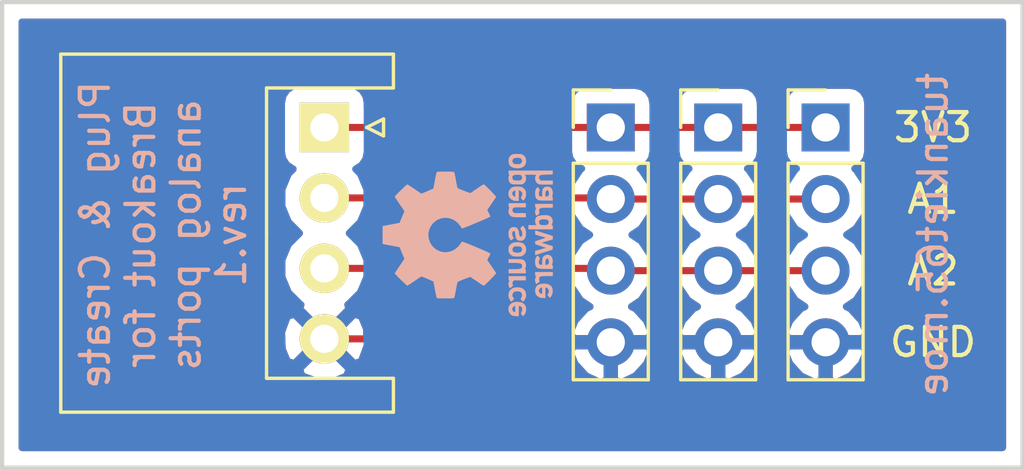
<source format=kicad_pcb>
(kicad_pcb (version 4) (host pcbnew 4.0.7)

  (general
    (links 12)
    (no_connects 0)
    (area 118.669999 101.524999 155.015001 118.185001)
    (thickness 1.6)
    (drawings 13)
    (tracks 15)
    (zones 0)
    (modules 5)
    (nets 5)
  )

  (page A4)
  (layers
    (0 F.Cu signal)
    (31 B.Cu signal)
    (32 B.Adhes user)
    (33 F.Adhes user)
    (34 B.Paste user)
    (35 F.Paste user)
    (36 B.SilkS user)
    (37 F.SilkS user)
    (38 B.Mask user)
    (39 F.Mask user)
    (40 Dwgs.User user)
    (41 Cmts.User user)
    (42 Eco1.User user)
    (43 Eco2.User user)
    (44 Edge.Cuts user)
    (45 Margin user)
    (46 B.CrtYd user)
    (47 F.CrtYd user)
    (48 B.Fab user)
    (49 F.Fab user hide)
  )

  (setup
    (last_trace_width 0.25)
    (trace_clearance 0.2)
    (zone_clearance 0.508)
    (zone_45_only no)
    (trace_min 0.2)
    (segment_width 0.2)
    (edge_width 0.15)
    (via_size 0.6)
    (via_drill 0.4)
    (via_min_size 0.4)
    (via_min_drill 0.3)
    (uvia_size 0.3)
    (uvia_drill 0.1)
    (uvias_allowed no)
    (uvia_min_size 0.2)
    (uvia_min_drill 0.1)
    (pcb_text_width 0.3)
    (pcb_text_size 1.5 1.5)
    (mod_edge_width 0.15)
    (mod_text_size 1 1)
    (mod_text_width 0.15)
    (pad_size 1.524 1.524)
    (pad_drill 0.762)
    (pad_to_mask_clearance 0.2)
    (aux_axis_origin 118.745 118.11)
    (visible_elements 7FFFFF7F)
    (pcbplotparams
      (layerselection 0x010fc_80000001)
      (usegerberextensions true)
      (excludeedgelayer true)
      (linewidth 0.100000)
      (plotframeref false)
      (viasonmask false)
      (mode 1)
      (useauxorigin true)
      (hpglpennumber 1)
      (hpglpenspeed 20)
      (hpglpendiameter 15)
      (hpglpenoverlay 2)
      (psnegative false)
      (psa4output false)
      (plotreference false)
      (plotvalue false)
      (plotinvisibletext false)
      (padsonsilk false)
      (subtractmaskfromsilk true)
      (outputformat 1)
      (mirror false)
      (drillshape 0)
      (scaleselection 1)
      (outputdirectory ../gerber/breakout_analog/))
  )

  (net 0 "")
  (net 1 "Net-(J1-Pad1)")
  (net 2 "Net-(J1-Pad2)")
  (net 3 "Net-(J1-Pad3)")
  (net 4 GND)

  (net_class Default "This is the default net class."
    (clearance 0.2)
    (trace_width 0.25)
    (via_dia 0.6)
    (via_drill 0.4)
    (uvia_dia 0.3)
    (uvia_drill 0.1)
    (add_net GND)
    (add_net "Net-(J1-Pad1)")
    (add_net "Net-(J1-Pad2)")
    (add_net "Net-(J1-Pad3)")
  )

  (module Connectors_JST:JST_XH_S04B-XH-A_04x2.50mm_Angled (layer F.Cu) (tedit 59DAEAC3) (tstamp 59DAE29B)
    (at 130.175 106.045 270)
    (descr "JST XH series connector, S04B-XH-A, side entry type, through hole")
    (tags "connector jst xh tht side horizontal angled 2.50mm")
    (path /59DAE1F4)
    (fp_text reference J1 (at 3.75 -3.5 270) (layer F.SilkS) hide
      (effects (font (size 1 1) (thickness 0.15)))
    )
    (fp_text value Master (at 3.75 10.3 270) (layer F.Fab)
      (effects (font (size 1 1) (thickness 0.15)))
    )
    (fp_line (start -2.45 -2.3) (end -2.45 9.2) (layer F.Fab) (width 0.1))
    (fp_line (start -2.45 9.2) (end 9.95 9.2) (layer F.Fab) (width 0.1))
    (fp_line (start 9.95 9.2) (end 9.95 -2.3) (layer F.Fab) (width 0.1))
    (fp_line (start 9.95 -2.3) (end -2.45 -2.3) (layer F.Fab) (width 0.1))
    (fp_line (start -2.95 -2.8) (end -2.95 9.7) (layer F.CrtYd) (width 0.05))
    (fp_line (start -2.95 9.7) (end 10.45 9.7) (layer F.CrtYd) (width 0.05))
    (fp_line (start 10.45 9.7) (end 10.45 -2.8) (layer F.CrtYd) (width 0.05))
    (fp_line (start 10.45 -2.8) (end -2.95 -2.8) (layer F.CrtYd) (width 0.05))
    (fp_line (start 3.75 9.35) (end -2.6 9.35) (layer F.SilkS) (width 0.12))
    (fp_line (start -2.6 9.35) (end -2.6 -2.45) (layer F.SilkS) (width 0.12))
    (fp_line (start -2.6 -2.45) (end -1.4 -2.45) (layer F.SilkS) (width 0.12))
    (fp_line (start -1.4 -2.45) (end -1.4 2.05) (layer F.SilkS) (width 0.12))
    (fp_line (start -1.4 2.05) (end 3.75 2.05) (layer F.SilkS) (width 0.12))
    (fp_line (start 3.75 9.35) (end 10.1 9.35) (layer F.SilkS) (width 0.12))
    (fp_line (start 10.1 9.35) (end 10.1 -2.45) (layer F.SilkS) (width 0.12))
    (fp_line (start 10.1 -2.45) (end 8.9 -2.45) (layer F.SilkS) (width 0.12))
    (fp_line (start 8.9 -2.45) (end 8.9 2.05) (layer F.SilkS) (width 0.12))
    (fp_line (start 8.9 2.05) (end 3.75 2.05) (layer F.SilkS) (width 0.12))
    (fp_line (start -0.25 3.45) (end -0.25 8.7) (layer F.Fab) (width 0.1))
    (fp_line (start -0.25 8.7) (end 0.25 8.7) (layer F.Fab) (width 0.1))
    (fp_line (start 0.25 8.7) (end 0.25 3.45) (layer F.Fab) (width 0.1))
    (fp_line (start 0.25 3.45) (end -0.25 3.45) (layer F.Fab) (width 0.1))
    (fp_line (start 2.25 3.45) (end 2.25 8.7) (layer F.Fab) (width 0.1))
    (fp_line (start 2.25 8.7) (end 2.75 8.7) (layer F.Fab) (width 0.1))
    (fp_line (start 2.75 8.7) (end 2.75 3.45) (layer F.Fab) (width 0.1))
    (fp_line (start 2.75 3.45) (end 2.25 3.45) (layer F.Fab) (width 0.1))
    (fp_line (start 4.75 3.45) (end 4.75 8.7) (layer F.Fab) (width 0.1))
    (fp_line (start 4.75 8.7) (end 5.25 8.7) (layer F.Fab) (width 0.1))
    (fp_line (start 5.25 8.7) (end 5.25 3.45) (layer F.Fab) (width 0.1))
    (fp_line (start 5.25 3.45) (end 4.75 3.45) (layer F.Fab) (width 0.1))
    (fp_line (start 7.25 3.45) (end 7.25 8.7) (layer F.Fab) (width 0.1))
    (fp_line (start 7.25 8.7) (end 7.75 8.7) (layer F.Fab) (width 0.1))
    (fp_line (start 7.75 8.7) (end 7.75 3.45) (layer F.Fab) (width 0.1))
    (fp_line (start 7.75 3.45) (end 7.25 3.45) (layer F.Fab) (width 0.1))
    (fp_line (start 0 -1.5) (end -0.3 -2.1) (layer F.SilkS) (width 0.12))
    (fp_line (start -0.3 -2.1) (end 0.3 -2.1) (layer F.SilkS) (width 0.12))
    (fp_line (start 0.3 -2.1) (end 0 -1.5) (layer F.SilkS) (width 0.12))
    (fp_line (start 0 -1.5) (end -0.3 -2.1) (layer F.Fab) (width 0.1))
    (fp_line (start -0.3 -2.1) (end 0.3 -2.1) (layer F.Fab) (width 0.1))
    (fp_line (start 0.3 -2.1) (end 0 -1.5) (layer F.Fab) (width 0.1))
    (fp_text user %R (at 3.75 2.25 270) (layer F.Fab)
      (effects (font (size 1 1) (thickness 0.15)))
    )
    (pad 1 thru_hole rect (at 0 0 270) (size 1.75 1.75) (drill 1) (layers *.Cu *.Mask F.SilkS)
      (net 1 "Net-(J1-Pad1)"))
    (pad 2 thru_hole circle (at 2.5 0 270) (size 1.75 1.75) (drill 1) (layers *.Cu *.Mask F.SilkS)
      (net 2 "Net-(J1-Pad2)"))
    (pad 3 thru_hole circle (at 5 0 270) (size 1.75 1.75) (drill 1) (layers *.Cu *.Mask F.SilkS)
      (net 3 "Net-(J1-Pad3)"))
    (pad 4 thru_hole circle (at 7.5 0 270) (size 1.75 1.75) (drill 1) (layers *.Cu *.Mask F.SilkS)
      (net 4 GND))
    (model Connectors_JST.3dshapes/JST_XH_S04B-XH-A_04x2.50mm_Angled.wrl
      (at (xyz 0 0 0))
      (scale (xyz 1 1 1))
      (rotate (xyz 0 0 0))
    )
  )

  (module Pin_Headers:Pin_Header_Straight_1x04_Pitch2.54mm (layer F.Cu) (tedit 59DAEAD2) (tstamp 59DAE2F1)
    (at 147.955 106.045)
    (descr "Through hole straight pin header, 1x04, 2.54mm pitch, single row")
    (tags "Through hole pin header THT 1x04 2.54mm single row")
    (path /59DAE343)
    (fp_text reference J2 (at 0 -2.33) (layer F.SilkS) hide
      (effects (font (size 1 1) (thickness 0.15)))
    )
    (fp_text value Slave1 (at 0 9.95) (layer F.Fab)
      (effects (font (size 1 1) (thickness 0.15)))
    )
    (fp_line (start -0.635 -1.27) (end 1.27 -1.27) (layer F.Fab) (width 0.1))
    (fp_line (start 1.27 -1.27) (end 1.27 8.89) (layer F.Fab) (width 0.1))
    (fp_line (start 1.27 8.89) (end -1.27 8.89) (layer F.Fab) (width 0.1))
    (fp_line (start -1.27 8.89) (end -1.27 -0.635) (layer F.Fab) (width 0.1))
    (fp_line (start -1.27 -0.635) (end -0.635 -1.27) (layer F.Fab) (width 0.1))
    (fp_line (start -1.33 8.95) (end 1.33 8.95) (layer F.SilkS) (width 0.12))
    (fp_line (start -1.33 1.27) (end -1.33 8.95) (layer F.SilkS) (width 0.12))
    (fp_line (start 1.33 1.27) (end 1.33 8.95) (layer F.SilkS) (width 0.12))
    (fp_line (start -1.33 1.27) (end 1.33 1.27) (layer F.SilkS) (width 0.12))
    (fp_line (start -1.33 0) (end -1.33 -1.33) (layer F.SilkS) (width 0.12))
    (fp_line (start -1.33 -1.33) (end 0 -1.33) (layer F.SilkS) (width 0.12))
    (fp_line (start -1.8 -1.8) (end -1.8 9.4) (layer F.CrtYd) (width 0.05))
    (fp_line (start -1.8 9.4) (end 1.8 9.4) (layer F.CrtYd) (width 0.05))
    (fp_line (start 1.8 9.4) (end 1.8 -1.8) (layer F.CrtYd) (width 0.05))
    (fp_line (start 1.8 -1.8) (end -1.8 -1.8) (layer F.CrtYd) (width 0.05))
    (fp_text user %R (at 0 3.81 90) (layer F.Fab)
      (effects (font (size 1 1) (thickness 0.15)))
    )
    (pad 1 thru_hole rect (at 0 0) (size 1.7 1.7) (drill 1) (layers *.Cu *.Mask)
      (net 1 "Net-(J1-Pad1)"))
    (pad 2 thru_hole oval (at 0 2.54) (size 1.7 1.7) (drill 1) (layers *.Cu *.Mask)
      (net 2 "Net-(J1-Pad2)"))
    (pad 3 thru_hole oval (at 0 5.08) (size 1.7 1.7) (drill 1) (layers *.Cu *.Mask)
      (net 3 "Net-(J1-Pad3)"))
    (pad 4 thru_hole oval (at 0 7.62) (size 1.7 1.7) (drill 1) (layers *.Cu *.Mask)
      (net 4 GND))
    (model ${KISYS3DMOD}/Pin_Headers.3dshapes/Pin_Header_Straight_1x04_Pitch2.54mm.wrl
      (at (xyz 0 0 0))
      (scale (xyz 1 1 1))
      (rotate (xyz 0 0 0))
    )
  )

  (module Pin_Headers:Pin_Header_Straight_1x04_Pitch2.54mm (layer F.Cu) (tedit 59DAEAC7) (tstamp 59DAE2F8)
    (at 140.335 106.045)
    (descr "Through hole straight pin header, 1x04, 2.54mm pitch, single row")
    (tags "Through hole pin header THT 1x04 2.54mm single row")
    (path /59DAE399)
    (fp_text reference J3 (at 0 -2.33) (layer F.SilkS) hide
      (effects (font (size 1 1) (thickness 0.15)))
    )
    (fp_text value Slave2 (at 0 9.95) (layer F.Fab)
      (effects (font (size 1 1) (thickness 0.15)))
    )
    (fp_line (start -0.635 -1.27) (end 1.27 -1.27) (layer F.Fab) (width 0.1))
    (fp_line (start 1.27 -1.27) (end 1.27 8.89) (layer F.Fab) (width 0.1))
    (fp_line (start 1.27 8.89) (end -1.27 8.89) (layer F.Fab) (width 0.1))
    (fp_line (start -1.27 8.89) (end -1.27 -0.635) (layer F.Fab) (width 0.1))
    (fp_line (start -1.27 -0.635) (end -0.635 -1.27) (layer F.Fab) (width 0.1))
    (fp_line (start -1.33 8.95) (end 1.33 8.95) (layer F.SilkS) (width 0.12))
    (fp_line (start -1.33 1.27) (end -1.33 8.95) (layer F.SilkS) (width 0.12))
    (fp_line (start 1.33 1.27) (end 1.33 8.95) (layer F.SilkS) (width 0.12))
    (fp_line (start -1.33 1.27) (end 1.33 1.27) (layer F.SilkS) (width 0.12))
    (fp_line (start -1.33 0) (end -1.33 -1.33) (layer F.SilkS) (width 0.12))
    (fp_line (start -1.33 -1.33) (end 0 -1.33) (layer F.SilkS) (width 0.12))
    (fp_line (start -1.8 -1.8) (end -1.8 9.4) (layer F.CrtYd) (width 0.05))
    (fp_line (start -1.8 9.4) (end 1.8 9.4) (layer F.CrtYd) (width 0.05))
    (fp_line (start 1.8 9.4) (end 1.8 -1.8) (layer F.CrtYd) (width 0.05))
    (fp_line (start 1.8 -1.8) (end -1.8 -1.8) (layer F.CrtYd) (width 0.05))
    (fp_text user %R (at 0 3.81 90) (layer F.Fab)
      (effects (font (size 1 1) (thickness 0.15)))
    )
    (pad 1 thru_hole rect (at 0 0) (size 1.7 1.7) (drill 1) (layers *.Cu *.Mask)
      (net 1 "Net-(J1-Pad1)"))
    (pad 2 thru_hole oval (at 0 2.54) (size 1.7 1.7) (drill 1) (layers *.Cu *.Mask)
      (net 2 "Net-(J1-Pad2)"))
    (pad 3 thru_hole oval (at 0 5.08) (size 1.7 1.7) (drill 1) (layers *.Cu *.Mask)
      (net 3 "Net-(J1-Pad3)"))
    (pad 4 thru_hole oval (at 0 7.62) (size 1.7 1.7) (drill 1) (layers *.Cu *.Mask)
      (net 4 GND))
    (model ${KISYS3DMOD}/Pin_Headers.3dshapes/Pin_Header_Straight_1x04_Pitch2.54mm.wrl
      (at (xyz 0 0 0))
      (scale (xyz 1 1 1))
      (rotate (xyz 0 0 0))
    )
  )

  (module Pin_Headers:Pin_Header_Straight_1x04_Pitch2.54mm (layer F.Cu) (tedit 59DAEACF) (tstamp 59DAE2FF)
    (at 144.145 106.045)
    (descr "Through hole straight pin header, 1x04, 2.54mm pitch, single row")
    (tags "Through hole pin header THT 1x04 2.54mm single row")
    (path /59DAE417)
    (fp_text reference J4 (at 0 -2.33) (layer F.SilkS) hide
      (effects (font (size 1 1) (thickness 0.15)))
    )
    (fp_text value Slave3 (at 0 9.95) (layer F.Fab)
      (effects (font (size 1 1) (thickness 0.15)))
    )
    (fp_line (start -0.635 -1.27) (end 1.27 -1.27) (layer F.Fab) (width 0.1))
    (fp_line (start 1.27 -1.27) (end 1.27 8.89) (layer F.Fab) (width 0.1))
    (fp_line (start 1.27 8.89) (end -1.27 8.89) (layer F.Fab) (width 0.1))
    (fp_line (start -1.27 8.89) (end -1.27 -0.635) (layer F.Fab) (width 0.1))
    (fp_line (start -1.27 -0.635) (end -0.635 -1.27) (layer F.Fab) (width 0.1))
    (fp_line (start -1.33 8.95) (end 1.33 8.95) (layer F.SilkS) (width 0.12))
    (fp_line (start -1.33 1.27) (end -1.33 8.95) (layer F.SilkS) (width 0.12))
    (fp_line (start 1.33 1.27) (end 1.33 8.95) (layer F.SilkS) (width 0.12))
    (fp_line (start -1.33 1.27) (end 1.33 1.27) (layer F.SilkS) (width 0.12))
    (fp_line (start -1.33 0) (end -1.33 -1.33) (layer F.SilkS) (width 0.12))
    (fp_line (start -1.33 -1.33) (end 0 -1.33) (layer F.SilkS) (width 0.12))
    (fp_line (start -1.8 -1.8) (end -1.8 9.4) (layer F.CrtYd) (width 0.05))
    (fp_line (start -1.8 9.4) (end 1.8 9.4) (layer F.CrtYd) (width 0.05))
    (fp_line (start 1.8 9.4) (end 1.8 -1.8) (layer F.CrtYd) (width 0.05))
    (fp_line (start 1.8 -1.8) (end -1.8 -1.8) (layer F.CrtYd) (width 0.05))
    (fp_text user %R (at 0 3.81 90) (layer F.Fab)
      (effects (font (size 1 1) (thickness 0.15)))
    )
    (pad 1 thru_hole rect (at 0 0) (size 1.7 1.7) (drill 1) (layers *.Cu *.Mask)
      (net 1 "Net-(J1-Pad1)"))
    (pad 2 thru_hole oval (at 0 2.54) (size 1.7 1.7) (drill 1) (layers *.Cu *.Mask)
      (net 2 "Net-(J1-Pad2)"))
    (pad 3 thru_hole oval (at 0 5.08) (size 1.7 1.7) (drill 1) (layers *.Cu *.Mask)
      (net 3 "Net-(J1-Pad3)"))
    (pad 4 thru_hole oval (at 0 7.62) (size 1.7 1.7) (drill 1) (layers *.Cu *.Mask)
      (net 4 GND))
    (model ${KISYS3DMOD}/Pin_Headers.3dshapes/Pin_Header_Straight_1x04_Pitch2.54mm.wrl
      (at (xyz 0 0 0))
      (scale (xyz 1 1 1))
      (rotate (xyz 0 0 0))
    )
  )

  (module Symbols:OSHW-Logo_5.7x6mm_SilkScreen (layer B.Cu) (tedit 0) (tstamp 59DD73CE)
    (at 135.255 109.855 270)
    (descr "Open Source Hardware Logo")
    (tags "Logo OSHW")
    (attr virtual)
    (fp_text reference REF*** (at 0 0 270) (layer B.SilkS) hide
      (effects (font (size 1 1) (thickness 0.15)) (justify mirror))
    )
    (fp_text value OSHW-Logo_5.7x6mm_SilkScreen (at 0.75 0 270) (layer B.Fab) hide
      (effects (font (size 1 1) (thickness 0.15)) (justify mirror))
    )
    (fp_poly (pts (xy -1.908759 -1.469184) (xy -1.882247 -1.482282) (xy -1.849553 -1.505106) (xy -1.825725 -1.529996)
      (xy -1.809406 -1.561249) (xy -1.79924 -1.603166) (xy -1.793872 -1.660044) (xy -1.791944 -1.736184)
      (xy -1.791831 -1.768917) (xy -1.792161 -1.840656) (xy -1.793527 -1.891927) (xy -1.7965 -1.927404)
      (xy -1.801649 -1.951763) (xy -1.809543 -1.96968) (xy -1.817757 -1.981902) (xy -1.870187 -2.033905)
      (xy -1.93193 -2.065184) (xy -1.998536 -2.074592) (xy -2.065558 -2.06098) (xy -2.086792 -2.051354)
      (xy -2.137624 -2.024859) (xy -2.137624 -2.440052) (xy -2.100525 -2.420868) (xy -2.051643 -2.406025)
      (xy -1.991561 -2.402222) (xy -1.931564 -2.409243) (xy -1.886256 -2.425013) (xy -1.848675 -2.455047)
      (xy -1.816564 -2.498024) (xy -1.81415 -2.502436) (xy -1.803967 -2.523221) (xy -1.79653 -2.54417)
      (xy -1.791411 -2.569548) (xy -1.788181 -2.603618) (xy -1.786413 -2.650641) (xy -1.785677 -2.714882)
      (xy -1.785544 -2.787176) (xy -1.785544 -3.017822) (xy -1.923861 -3.017822) (xy -1.923861 -2.592533)
      (xy -1.962549 -2.559979) (xy -2.002738 -2.53394) (xy -2.040797 -2.529205) (xy -2.079066 -2.541389)
      (xy -2.099462 -2.55332) (xy -2.114642 -2.570313) (xy -2.125438 -2.595995) (xy -2.132683 -2.633991)
      (xy -2.137208 -2.687926) (xy -2.139844 -2.761425) (xy -2.140772 -2.810347) (xy -2.143911 -3.011535)
      (xy -2.209926 -3.015336) (xy -2.27594 -3.019136) (xy -2.27594 -1.77065) (xy -2.137624 -1.77065)
      (xy -2.134097 -1.840254) (xy -2.122215 -1.888569) (xy -2.10002 -1.918631) (xy -2.065559 -1.933471)
      (xy -2.030742 -1.936436) (xy -1.991329 -1.933028) (xy -1.965171 -1.919617) (xy -1.948814 -1.901896)
      (xy -1.935937 -1.882835) (xy -1.928272 -1.861601) (xy -1.924861 -1.831849) (xy -1.924749 -1.787236)
      (xy -1.925897 -1.74988) (xy -1.928532 -1.693604) (xy -1.932456 -1.656658) (xy -1.939063 -1.633223)
      (xy -1.949749 -1.61748) (xy -1.959833 -1.60838) (xy -2.00197 -1.588537) (xy -2.05184 -1.585332)
      (xy -2.080476 -1.592168) (xy -2.108828 -1.616464) (xy -2.127609 -1.663728) (xy -2.136712 -1.733624)
      (xy -2.137624 -1.77065) (xy -2.27594 -1.77065) (xy -2.27594 -1.458614) (xy -2.206782 -1.458614)
      (xy -2.16526 -1.460256) (xy -2.143838 -1.466087) (xy -2.137626 -1.477461) (xy -2.137624 -1.477798)
      (xy -2.134742 -1.488938) (xy -2.12203 -1.487673) (xy -2.096757 -1.475433) (xy -2.037869 -1.456707)
      (xy -1.971615 -1.454739) (xy -1.908759 -1.469184)) (layer B.SilkS) (width 0.01))
    (fp_poly (pts (xy -1.38421 -2.406555) (xy -1.325055 -2.422339) (xy -1.280023 -2.450948) (xy -1.248246 -2.488419)
      (xy -1.238366 -2.504411) (xy -1.231073 -2.521163) (xy -1.225974 -2.542592) (xy -1.222679 -2.572616)
      (xy -1.220797 -2.615154) (xy -1.219937 -2.674122) (xy -1.219707 -2.75344) (xy -1.219703 -2.774484)
      (xy -1.219703 -3.017822) (xy -1.280059 -3.017822) (xy -1.318557 -3.015126) (xy -1.347023 -3.008295)
      (xy -1.354155 -3.004083) (xy -1.373652 -2.996813) (xy -1.393566 -3.004083) (xy -1.426353 -3.01316)
      (xy -1.473978 -3.016813) (xy -1.526764 -3.015228) (xy -1.575036 -3.008589) (xy -1.603218 -3.000072)
      (xy -1.657753 -2.965063) (xy -1.691835 -2.916479) (xy -1.707157 -2.851882) (xy -1.707299 -2.850223)
      (xy -1.705955 -2.821566) (xy -1.584356 -2.821566) (xy -1.573726 -2.854161) (xy -1.55641 -2.872505)
      (xy -1.521652 -2.886379) (xy -1.475773 -2.891917) (xy -1.428988 -2.889191) (xy -1.391514 -2.878274)
      (xy -1.381015 -2.871269) (xy -1.362668 -2.838904) (xy -1.35802 -2.802111) (xy -1.35802 -2.753763)
      (xy -1.427582 -2.753763) (xy -1.493667 -2.75885) (xy -1.543764 -2.773263) (xy -1.574929 -2.795729)
      (xy -1.584356 -2.821566) (xy -1.705955 -2.821566) (xy -1.703987 -2.779647) (xy -1.68071 -2.723845)
      (xy -1.636948 -2.681647) (xy -1.630899 -2.677808) (xy -1.604907 -2.665309) (xy -1.572735 -2.65774)
      (xy -1.52776 -2.654061) (xy -1.474331 -2.653216) (xy -1.35802 -2.653169) (xy -1.35802 -2.604411)
      (xy -1.362953 -2.566581) (xy -1.375543 -2.541236) (xy -1.377017 -2.539887) (xy -1.405034 -2.5288)
      (xy -1.447326 -2.524503) (xy -1.494064 -2.526615) (xy -1.535418 -2.534756) (xy -1.559957 -2.546965)
      (xy -1.573253 -2.556746) (xy -1.587294 -2.558613) (xy -1.606671 -2.5506) (xy -1.635976 -2.530739)
      (xy -1.679803 -2.497063) (xy -1.683825 -2.493909) (xy -1.681764 -2.482236) (xy -1.664568 -2.462822)
      (xy -1.638433 -2.441248) (xy -1.609552 -2.423096) (xy -1.600478 -2.418809) (xy -1.56738 -2.410256)
      (xy -1.51888 -2.404155) (xy -1.464695 -2.401708) (xy -1.462161 -2.401703) (xy -1.38421 -2.406555)) (layer B.SilkS) (width 0.01))
    (fp_poly (pts (xy -0.993356 -2.40302) (xy -0.974539 -2.40866) (xy -0.968473 -2.421053) (xy -0.968218 -2.426647)
      (xy -0.967129 -2.44223) (xy -0.959632 -2.444676) (xy -0.939381 -2.433993) (xy -0.927351 -2.426694)
      (xy -0.8894 -2.411063) (xy -0.844072 -2.403334) (xy -0.796544 -2.40274) (xy -0.751995 -2.408513)
      (xy -0.715602 -2.419884) (xy -0.692543 -2.436088) (xy -0.687996 -2.456355) (xy -0.690291 -2.461843)
      (xy -0.70702 -2.484626) (xy -0.732963 -2.512647) (xy -0.737655 -2.517177) (xy -0.762383 -2.538005)
      (xy -0.783718 -2.544735) (xy -0.813555 -2.540038) (xy -0.825508 -2.536917) (xy -0.862705 -2.529421)
      (xy -0.888859 -2.532792) (xy -0.910946 -2.544681) (xy -0.931178 -2.560635) (xy -0.946079 -2.5807)
      (xy -0.956434 -2.608702) (xy -0.963029 -2.648467) (xy -0.966649 -2.703823) (xy -0.968078 -2.778594)
      (xy -0.968218 -2.82374) (xy -0.968218 -3.017822) (xy -1.09396 -3.017822) (xy -1.09396 -2.401683)
      (xy -1.031089 -2.401683) (xy -0.993356 -2.40302)) (layer B.SilkS) (width 0.01))
    (fp_poly (pts (xy -0.201188 -3.017822) (xy -0.270346 -3.017822) (xy -0.310488 -3.016645) (xy -0.331394 -3.011772)
      (xy -0.338922 -3.001186) (xy -0.339505 -2.994029) (xy -0.340774 -2.979676) (xy -0.348779 -2.976923)
      (xy -0.369815 -2.985771) (xy -0.386173 -2.994029) (xy -0.448977 -3.013597) (xy -0.517248 -3.014729)
      (xy -0.572752 -3.000135) (xy -0.624438 -2.964877) (xy -0.663838 -2.912835) (xy -0.685413 -2.85145)
      (xy -0.685962 -2.848018) (xy -0.689167 -2.810571) (xy -0.690761 -2.756813) (xy -0.690633 -2.716155)
      (xy -0.553279 -2.716155) (xy -0.550097 -2.770194) (xy -0.542859 -2.814735) (xy -0.53306 -2.839888)
      (xy -0.495989 -2.87426) (xy -0.451974 -2.886582) (xy -0.406584 -2.876618) (xy -0.367797 -2.846895)
      (xy -0.353108 -2.826905) (xy -0.344519 -2.80305) (xy -0.340496 -2.76823) (xy -0.339505 -2.71593)
      (xy -0.341278 -2.664139) (xy -0.345963 -2.618634) (xy -0.352603 -2.588181) (xy -0.35371 -2.585452)
      (xy -0.380491 -2.553) (xy -0.419579 -2.535183) (xy -0.463315 -2.532306) (xy -0.504038 -2.544674)
      (xy -0.534087 -2.572593) (xy -0.537204 -2.578148) (xy -0.546961 -2.612022) (xy -0.552277 -2.660728)
      (xy -0.553279 -2.716155) (xy -0.690633 -2.716155) (xy -0.690568 -2.69554) (xy -0.689664 -2.662563)
      (xy -0.683514 -2.580981) (xy -0.670733 -2.51973) (xy -0.649471 -2.474449) (xy -0.617878 -2.440779)
      (xy -0.587207 -2.421014) (xy -0.544354 -2.40712) (xy -0.491056 -2.402354) (xy -0.43648 -2.406236)
      (xy -0.389792 -2.418282) (xy -0.365124 -2.432693) (xy -0.339505 -2.455878) (xy -0.339505 -2.162773)
      (xy -0.201188 -2.162773) (xy -0.201188 -3.017822)) (layer B.SilkS) (width 0.01))
    (fp_poly (pts (xy 0.281524 -2.404237) (xy 0.331255 -2.407971) (xy 0.461291 -2.797773) (xy 0.481678 -2.728614)
      (xy 0.493946 -2.685874) (xy 0.510085 -2.628115) (xy 0.527512 -2.564625) (xy 0.536726 -2.53057)
      (xy 0.571388 -2.401683) (xy 0.714391 -2.401683) (xy 0.671646 -2.536857) (xy 0.650596 -2.603342)
      (xy 0.625167 -2.683539) (xy 0.59861 -2.767193) (xy 0.574902 -2.841782) (xy 0.520902 -3.011535)
      (xy 0.462598 -3.015328) (xy 0.404295 -3.019122) (xy 0.372679 -2.914734) (xy 0.353182 -2.849889)
      (xy 0.331904 -2.7784) (xy 0.313308 -2.715263) (xy 0.312574 -2.71275) (xy 0.298684 -2.669969)
      (xy 0.286429 -2.640779) (xy 0.277846 -2.629741) (xy 0.276082 -2.631018) (xy 0.269891 -2.64813)
      (xy 0.258128 -2.684787) (xy 0.242225 -2.736378) (xy 0.223614 -2.798294) (xy 0.213543 -2.832352)
      (xy 0.159007 -3.017822) (xy 0.043264 -3.017822) (xy -0.049263 -2.725471) (xy -0.075256 -2.643462)
      (xy -0.098934 -2.568987) (xy -0.11918 -2.505544) (xy -0.134874 -2.456632) (xy -0.144898 -2.425749)
      (xy -0.147945 -2.416726) (xy -0.145533 -2.407487) (xy -0.126592 -2.403441) (xy -0.087177 -2.403846)
      (xy -0.081007 -2.404152) (xy -0.007914 -2.407971) (xy 0.039957 -2.58401) (xy 0.057553 -2.648211)
      (xy 0.073277 -2.704649) (xy 0.085746 -2.748422) (xy 0.093574 -2.77463) (xy 0.09502 -2.778903)
      (xy 0.101014 -2.77399) (xy 0.113101 -2.748532) (xy 0.129893 -2.705997) (xy 0.150003 -2.64985)
      (xy 0.167003 -2.59913) (xy 0.231794 -2.400504) (xy 0.281524 -2.404237)) (layer B.SilkS) (width 0.01))
    (fp_poly (pts (xy 1.038411 -2.405417) (xy 1.091411 -2.41829) (xy 1.106731 -2.42511) (xy 1.136428 -2.442974)
      (xy 1.15922 -2.463093) (xy 1.176083 -2.488962) (xy 1.187998 -2.524073) (xy 1.195942 -2.57192)
      (xy 1.200894 -2.635996) (xy 1.203831 -2.719794) (xy 1.204947 -2.775768) (xy 1.209052 -3.017822)
      (xy 1.138932 -3.017822) (xy 1.096393 -3.016038) (xy 1.074476 -3.009942) (xy 1.068812 -2.999706)
      (xy 1.065821 -2.988637) (xy 1.052451 -2.990754) (xy 1.034233 -2.999629) (xy 0.988624 -3.013233)
      (xy 0.930007 -3.016899) (xy 0.868354 -3.010903) (xy 0.813638 -2.995521) (xy 0.80873 -2.993386)
      (xy 0.758723 -2.958255) (xy 0.725756 -2.909419) (xy 0.710587 -2.852333) (xy 0.711746 -2.831824)
      (xy 0.835508 -2.831824) (xy 0.846413 -2.859425) (xy 0.878745 -2.879204) (xy 0.93091 -2.889819)
      (xy 0.958787 -2.891228) (xy 1.005247 -2.88762) (xy 1.036129 -2.873597) (xy 1.043664 -2.866931)
      (xy 1.064076 -2.830666) (xy 1.068812 -2.797773) (xy 1.068812 -2.753763) (xy 1.007513 -2.753763)
      (xy 0.936256 -2.757395) (xy 0.886276 -2.768818) (xy 0.854696 -2.788824) (xy 0.847626 -2.797743)
      (xy 0.835508 -2.831824) (xy 0.711746 -2.831824) (xy 0.713971 -2.792456) (xy 0.736663 -2.735244)
      (xy 0.767624 -2.69658) (xy 0.786376 -2.679864) (xy 0.804733 -2.668878) (xy 0.828619 -2.66218)
      (xy 0.863957 -2.658326) (xy 0.916669 -2.655873) (xy 0.937577 -2.655168) (xy 1.068812 -2.650879)
      (xy 1.06862 -2.611158) (xy 1.063537 -2.569405) (xy 1.045162 -2.544158) (xy 1.008039 -2.52803)
      (xy 1.007043 -2.527742) (xy 0.95441 -2.5214) (xy 0.902906 -2.529684) (xy 0.86463 -2.549827)
      (xy 0.849272 -2.559773) (xy 0.83273 -2.558397) (xy 0.807275 -2.543987) (xy 0.792328 -2.533817)
      (xy 0.763091 -2.512088) (xy 0.74498 -2.4958) (xy 0.742074 -2.491137) (xy 0.75404 -2.467005)
      (xy 0.789396 -2.438185) (xy 0.804753 -2.428461) (xy 0.848901 -2.411714) (xy 0.908398 -2.402227)
      (xy 0.974487 -2.400095) (xy 1.038411 -2.405417)) (layer B.SilkS) (width 0.01))
    (fp_poly (pts (xy 1.635255 -2.401486) (xy 1.683595 -2.411015) (xy 1.711114 -2.425125) (xy 1.740064 -2.448568)
      (xy 1.698876 -2.500571) (xy 1.673482 -2.532064) (xy 1.656238 -2.547428) (xy 1.639102 -2.549776)
      (xy 1.614027 -2.542217) (xy 1.602257 -2.537941) (xy 1.55427 -2.531631) (xy 1.510324 -2.545156)
      (xy 1.47806 -2.57571) (xy 1.472819 -2.585452) (xy 1.467112 -2.611258) (xy 1.462706 -2.658817)
      (xy 1.459811 -2.724758) (xy 1.458631 -2.80571) (xy 1.458614 -2.817226) (xy 1.458614 -3.017822)
      (xy 1.320297 -3.017822) (xy 1.320297 -2.401683) (xy 1.389456 -2.401683) (xy 1.429333 -2.402725)
      (xy 1.450107 -2.407358) (xy 1.457789 -2.417849) (xy 1.458614 -2.427745) (xy 1.458614 -2.453806)
      (xy 1.491745 -2.427745) (xy 1.529735 -2.409965) (xy 1.58077 -2.401174) (xy 1.635255 -2.401486)) (layer B.SilkS) (width 0.01))
    (fp_poly (pts (xy 2.032581 -2.40497) (xy 2.092685 -2.420597) (xy 2.143021 -2.452848) (xy 2.167393 -2.47694)
      (xy 2.207345 -2.533895) (xy 2.230242 -2.599965) (xy 2.238108 -2.681182) (xy 2.238148 -2.687748)
      (xy 2.238218 -2.753763) (xy 1.858264 -2.753763) (xy 1.866363 -2.788342) (xy 1.880987 -2.819659)
      (xy 1.906581 -2.852291) (xy 1.911935 -2.8575) (xy 1.957943 -2.885694) (xy 2.01041 -2.890475)
      (xy 2.070803 -2.871926) (xy 2.08104 -2.866931) (xy 2.112439 -2.851745) (xy 2.13347 -2.843094)
      (xy 2.137139 -2.842293) (xy 2.149948 -2.850063) (xy 2.174378 -2.869072) (xy 2.186779 -2.87946)
      (xy 2.212476 -2.903321) (xy 2.220915 -2.919077) (xy 2.215058 -2.933571) (xy 2.211928 -2.937534)
      (xy 2.190725 -2.954879) (xy 2.155738 -2.975959) (xy 2.131337 -2.988265) (xy 2.062072 -3.009946)
      (xy 1.985388 -3.016971) (xy 1.912765 -3.008647) (xy 1.892426 -3.002686) (xy 1.829476 -2.968952)
      (xy 1.782815 -2.917045) (xy 1.752173 -2.846459) (xy 1.737282 -2.756692) (xy 1.735647 -2.709753)
      (xy 1.740421 -2.641413) (xy 1.86099 -2.641413) (xy 1.872652 -2.646465) (xy 1.903998 -2.650429)
      (xy 1.949571 -2.652768) (xy 1.980446 -2.653169) (xy 2.035981 -2.652783) (xy 2.071033 -2.650975)
      (xy 2.090262 -2.646773) (xy 2.09833 -2.639203) (xy 2.099901 -2.628218) (xy 2.089121 -2.594381)
      (xy 2.06198 -2.56094) (xy 2.026277 -2.535272) (xy 1.99056 -2.524772) (xy 1.942048 -2.534086)
      (xy 1.900053 -2.561013) (xy 1.870936 -2.599827) (xy 1.86099 -2.641413) (xy 1.740421 -2.641413)
      (xy 1.742599 -2.610236) (xy 1.764055 -2.530949) (xy 1.80047 -2.471263) (xy 1.852297 -2.430549)
      (xy 1.91999 -2.408179) (xy 1.956662 -2.403871) (xy 2.032581 -2.40497)) (layer B.SilkS) (width 0.01))
    (fp_poly (pts (xy -2.538261 -1.465148) (xy -2.472479 -1.494231) (xy -2.42254 -1.542793) (xy -2.388374 -1.610908)
      (xy -2.369907 -1.698651) (xy -2.368583 -1.712351) (xy -2.367546 -1.808939) (xy -2.380993 -1.893602)
      (xy -2.408108 -1.962221) (xy -2.422627 -1.984294) (xy -2.473201 -2.031011) (xy -2.537609 -2.061268)
      (xy -2.609666 -2.073824) (xy -2.683185 -2.067439) (xy -2.739072 -2.047772) (xy -2.787132 -2.014629)
      (xy -2.826412 -1.971175) (xy -2.827092 -1.970158) (xy -2.843044 -1.943338) (xy -2.85341 -1.916368)
      (xy -2.859688 -1.882332) (xy -2.863373 -1.83431) (xy -2.864997 -1.794931) (xy -2.865672 -1.759219)
      (xy -2.739955 -1.759219) (xy -2.738726 -1.79477) (xy -2.734266 -1.842094) (xy -2.726397 -1.872465)
      (xy -2.712207 -1.894072) (xy -2.698917 -1.906694) (xy -2.651802 -1.933122) (xy -2.602505 -1.936653)
      (xy -2.556593 -1.917639) (xy -2.533638 -1.896331) (xy -2.517096 -1.874859) (xy -2.507421 -1.854313)
      (xy -2.503174 -1.827574) (xy -2.50292 -1.787523) (xy -2.504228 -1.750638) (xy -2.507043 -1.697947)
      (xy -2.511505 -1.663772) (xy -2.519548 -1.64148) (xy -2.533103 -1.624442) (xy -2.543845 -1.614703)
      (xy -2.588777 -1.589123) (xy -2.637249 -1.587847) (xy -2.677894 -1.602999) (xy -2.712567 -1.634642)
      (xy -2.733224 -1.68662) (xy -2.739955 -1.759219) (xy -2.865672 -1.759219) (xy -2.866479 -1.716621)
      (xy -2.863948 -1.658056) (xy -2.856362 -1.614007) (xy -2.842681 -1.579248) (xy -2.821865 -1.548551)
      (xy -2.814147 -1.539436) (xy -2.765889 -1.494021) (xy -2.714128 -1.467493) (xy -2.650828 -1.456379)
      (xy -2.619961 -1.455471) (xy -2.538261 -1.465148)) (layer B.SilkS) (width 0.01))
    (fp_poly (pts (xy -1.356699 -1.472614) (xy -1.344168 -1.478514) (xy -1.300799 -1.510283) (xy -1.25979 -1.556646)
      (xy -1.229168 -1.607696) (xy -1.220459 -1.631166) (xy -1.212512 -1.673091) (xy -1.207774 -1.723757)
      (xy -1.207199 -1.744679) (xy -1.207129 -1.810693) (xy -1.587083 -1.810693) (xy -1.578983 -1.845273)
      (xy -1.559104 -1.88617) (xy -1.524347 -1.921514) (xy -1.482998 -1.944282) (xy -1.456649 -1.94901)
      (xy -1.420916 -1.943273) (xy -1.378282 -1.928882) (xy -1.363799 -1.922262) (xy -1.31024 -1.895513)
      (xy -1.264533 -1.930376) (xy -1.238158 -1.953955) (xy -1.224124 -1.973417) (xy -1.223414 -1.979129)
      (xy -1.235951 -1.992973) (xy -1.263428 -2.014012) (xy -1.288366 -2.030425) (xy -1.355664 -2.05993)
      (xy -1.43111 -2.073284) (xy -1.505888 -2.069812) (xy -1.565495 -2.051663) (xy -1.626941 -2.012784)
      (xy -1.670608 -1.961595) (xy -1.697926 -1.895367) (xy -1.710322 -1.811371) (xy -1.711421 -1.772936)
      (xy -1.707022 -1.684861) (xy -1.706482 -1.682299) (xy -1.580582 -1.682299) (xy -1.577115 -1.690558)
      (xy -1.562863 -1.695113) (xy -1.53347 -1.697065) (xy -1.484575 -1.697517) (xy -1.465748 -1.697525)
      (xy -1.408467 -1.696843) (xy -1.372141 -1.694364) (xy -1.352604 -1.689443) (xy -1.34569 -1.681434)
      (xy -1.345445 -1.678862) (xy -1.353336 -1.658423) (xy -1.373085 -1.629789) (xy -1.381575 -1.619763)
      (xy -1.413094 -1.591408) (xy -1.445949 -1.580259) (xy -1.463651 -1.579327) (xy -1.511539 -1.590981)
      (xy -1.551699 -1.622285) (xy -1.577173 -1.667752) (xy -1.577625 -1.669233) (xy -1.580582 -1.682299)
      (xy -1.706482 -1.682299) (xy -1.692392 -1.61551) (xy -1.666038 -1.560025) (xy -1.633807 -1.520639)
      (xy -1.574217 -1.477931) (xy -1.504168 -1.455109) (xy -1.429661 -1.453046) (xy -1.356699 -1.472614)) (layer B.SilkS) (width 0.01))
    (fp_poly (pts (xy 0.014017 -1.456452) (xy 0.061634 -1.465482) (xy 0.111034 -1.48437) (xy 0.116312 -1.486777)
      (xy 0.153774 -1.506476) (xy 0.179717 -1.524781) (xy 0.188103 -1.536508) (xy 0.180117 -1.555632)
      (xy 0.16072 -1.58385) (xy 0.15211 -1.594384) (xy 0.116628 -1.635847) (xy 0.070885 -1.608858)
      (xy 0.02735 -1.590878) (xy -0.02295 -1.581267) (xy -0.071188 -1.58066) (xy -0.108533 -1.589691)
      (xy -0.117495 -1.595327) (xy -0.134563 -1.621171) (xy -0.136637 -1.650941) (xy -0.123866 -1.674197)
      (xy -0.116312 -1.678708) (xy -0.093675 -1.684309) (xy -0.053885 -1.690892) (xy -0.004834 -1.697183)
      (xy 0.004215 -1.69817) (xy 0.082996 -1.711798) (xy 0.140136 -1.734946) (xy 0.17803 -1.769752)
      (xy 0.199079 -1.818354) (xy 0.205635 -1.877718) (xy 0.196577 -1.945198) (xy 0.167164 -1.998188)
      (xy 0.117278 -2.036783) (xy 0.0468 -2.061081) (xy -0.031435 -2.070667) (xy -0.095234 -2.070552)
      (xy -0.146984 -2.061845) (xy -0.182327 -2.049825) (xy -0.226983 -2.02888) (xy -0.268253 -2.004574)
      (xy -0.282921 -1.993876) (xy -0.320643 -1.963084) (xy -0.275148 -1.917049) (xy -0.229653 -1.871013)
      (xy -0.177928 -1.905243) (xy -0.126048 -1.930952) (xy -0.070649 -1.944399) (xy -0.017395 -1.945818)
      (xy 0.028049 -1.935443) (xy 0.060016 -1.913507) (xy 0.070338 -1.894998) (xy 0.068789 -1.865314)
      (xy 0.04314 -1.842615) (xy -0.00654 -1.82694) (xy -0.060969 -1.819695) (xy -0.144736 -1.805873)
      (xy -0.206967 -1.779796) (xy -0.248493 -1.740699) (xy -0.270147 -1.68782) (xy -0.273147 -1.625126)
      (xy -0.258329 -1.559642) (xy -0.224546 -1.510144) (xy -0.171495 -1.476408) (xy -0.098874 -1.458207)
      (xy -0.045072 -1.454639) (xy 0.014017 -1.456452)) (layer B.SilkS) (width 0.01))
    (fp_poly (pts (xy 0.610762 -1.466055) (xy 0.674363 -1.500692) (xy 0.724123 -1.555372) (xy 0.747568 -1.599842)
      (xy 0.757634 -1.639121) (xy 0.764156 -1.695116) (xy 0.766951 -1.759621) (xy 0.765836 -1.824429)
      (xy 0.760626 -1.881334) (xy 0.754541 -1.911727) (xy 0.734014 -1.953306) (xy 0.698463 -1.997468)
      (xy 0.655619 -2.036087) (xy 0.613211 -2.061034) (xy 0.612177 -2.06143) (xy 0.559553 -2.072331)
      (xy 0.497188 -2.072601) (xy 0.437924 -2.062676) (xy 0.41504 -2.054722) (xy 0.356102 -2.0213)
      (xy 0.31389 -1.977511) (xy 0.286156 -1.919538) (xy 0.270651 -1.843565) (xy 0.267143 -1.803771)
      (xy 0.26759 -1.753766) (xy 0.402376 -1.753766) (xy 0.406917 -1.826732) (xy 0.419986 -1.882334)
      (xy 0.440756 -1.917861) (xy 0.455552 -1.92802) (xy 0.493464 -1.935104) (xy 0.538527 -1.933007)
      (xy 0.577487 -1.922812) (xy 0.587704 -1.917204) (xy 0.614659 -1.884538) (xy 0.632451 -1.834545)
      (xy 0.640024 -1.773705) (xy 0.636325 -1.708497) (xy 0.628057 -1.669253) (xy 0.60432 -1.623805)
      (xy 0.566849 -1.595396) (xy 0.52172 -1.585573) (xy 0.475011 -1.595887) (xy 0.439132 -1.621112)
      (xy 0.420277 -1.641925) (xy 0.409272 -1.662439) (xy 0.404026 -1.690203) (xy 0.402449 -1.732762)
      (xy 0.402376 -1.753766) (xy 0.26759 -1.753766) (xy 0.268094 -1.69758) (xy 0.285388 -1.610501)
      (xy 0.319029 -1.54253) (xy 0.369018 -1.493664) (xy 0.435356 -1.463899) (xy 0.449601 -1.460448)
      (xy 0.53521 -1.452345) (xy 0.610762 -1.466055)) (layer B.SilkS) (width 0.01))
    (fp_poly (pts (xy 0.993367 -1.654342) (xy 0.994555 -1.746563) (xy 0.998897 -1.81661) (xy 1.007558 -1.867381)
      (xy 1.021704 -1.901772) (xy 1.0425 -1.922679) (xy 1.07111 -1.933) (xy 1.106535 -1.935636)
      (xy 1.143636 -1.932682) (xy 1.171818 -1.921889) (xy 1.192243 -1.90036) (xy 1.206079 -1.865199)
      (xy 1.214491 -1.81351) (xy 1.218643 -1.742394) (xy 1.219703 -1.654342) (xy 1.219703 -1.458614)
      (xy 1.35802 -1.458614) (xy 1.35802 -2.062179) (xy 1.288862 -2.062179) (xy 1.24717 -2.060489)
      (xy 1.225701 -2.054556) (xy 1.219703 -2.043293) (xy 1.216091 -2.033261) (xy 1.201714 -2.035383)
      (xy 1.172736 -2.04958) (xy 1.106319 -2.07148) (xy 1.035875 -2.069928) (xy 0.968377 -2.046147)
      (xy 0.936233 -2.027362) (xy 0.911715 -2.007022) (xy 0.893804 -1.981573) (xy 0.881479 -1.947458)
      (xy 0.873723 -1.901121) (xy 0.869516 -1.839007) (xy 0.86784 -1.757561) (xy 0.867624 -1.694578)
      (xy 0.867624 -1.458614) (xy 0.993367 -1.458614) (xy 0.993367 -1.654342)) (layer B.SilkS) (width 0.01))
    (fp_poly (pts (xy 2.217226 -1.46388) (xy 2.29008 -1.49483) (xy 2.313027 -1.509895) (xy 2.342354 -1.533048)
      (xy 2.360764 -1.551253) (xy 2.363961 -1.557183) (xy 2.354935 -1.57034) (xy 2.331837 -1.592667)
      (xy 2.313344 -1.60825) (xy 2.262728 -1.648926) (xy 2.22276 -1.615295) (xy 2.191874 -1.593584)
      (xy 2.161759 -1.58609) (xy 2.127292 -1.58792) (xy 2.072561 -1.601528) (xy 2.034886 -1.629772)
      (xy 2.011991 -1.675433) (xy 2.001597 -1.741289) (xy 2.001595 -1.741331) (xy 2.002494 -1.814939)
      (xy 2.016463 -1.868946) (xy 2.044328 -1.905716) (xy 2.063325 -1.918168) (xy 2.113776 -1.933673)
      (xy 2.167663 -1.933683) (xy 2.214546 -1.918638) (xy 2.225644 -1.911287) (xy 2.253476 -1.892511)
      (xy 2.275236 -1.889434) (xy 2.298704 -1.903409) (xy 2.324649 -1.92851) (xy 2.365716 -1.97088)
      (xy 2.320121 -2.008464) (xy 2.249674 -2.050882) (xy 2.170233 -2.071785) (xy 2.087215 -2.070272)
      (xy 2.032694 -2.056411) (xy 1.96897 -2.022135) (xy 1.918005 -1.968212) (xy 1.894851 -1.930149)
      (xy 1.876099 -1.875536) (xy 1.866715 -1.806369) (xy 1.866643 -1.731407) (xy 1.875824 -1.659409)
      (xy 1.894199 -1.599137) (xy 1.897093 -1.592958) (xy 1.939952 -1.532351) (xy 1.997979 -1.488224)
      (xy 2.066591 -1.461493) (xy 2.141201 -1.453073) (xy 2.217226 -1.46388)) (layer B.SilkS) (width 0.01))
    (fp_poly (pts (xy 2.677898 -1.456457) (xy 2.710096 -1.464279) (xy 2.771825 -1.492921) (xy 2.82461 -1.536667)
      (xy 2.861141 -1.589117) (xy 2.86616 -1.600893) (xy 2.873045 -1.63174) (xy 2.877864 -1.677371)
      (xy 2.879505 -1.723492) (xy 2.879505 -1.810693) (xy 2.697178 -1.810693) (xy 2.621979 -1.810978)
      (xy 2.569003 -1.812704) (xy 2.535325 -1.817181) (xy 2.51802 -1.82572) (xy 2.514163 -1.83963)
      (xy 2.520829 -1.860222) (xy 2.53277 -1.884315) (xy 2.56608 -1.924525) (xy 2.612368 -1.944558)
      (xy 2.668944 -1.943905) (xy 2.733031 -1.922101) (xy 2.788417 -1.895193) (xy 2.834375 -1.931532)
      (xy 2.880333 -1.967872) (xy 2.837096 -2.007819) (xy 2.779374 -2.045563) (xy 2.708386 -2.06832)
      (xy 2.632029 -2.074688) (xy 2.558199 -2.063268) (xy 2.546287 -2.059393) (xy 2.481399 -2.025506)
      (xy 2.43313 -1.974986) (xy 2.400465 -1.906325) (xy 2.382385 -1.818014) (xy 2.382175 -1.816121)
      (xy 2.380556 -1.719878) (xy 2.3871 -1.685542) (xy 2.514852 -1.685542) (xy 2.526584 -1.690822)
      (xy 2.558438 -1.694867) (xy 2.605397 -1.697176) (xy 2.635154 -1.697525) (xy 2.690648 -1.697306)
      (xy 2.725346 -1.695916) (xy 2.743601 -1.692251) (xy 2.749766 -1.68521) (xy 2.748195 -1.67369)
      (xy 2.746878 -1.669233) (xy 2.724382 -1.627355) (xy 2.689003 -1.593604) (xy 2.65778 -1.578773)
      (xy 2.616301 -1.579668) (xy 2.574269 -1.598164) (xy 2.539012 -1.628786) (xy 2.517854 -1.666062)
      (xy 2.514852 -1.685542) (xy 2.3871 -1.685542) (xy 2.39669 -1.635229) (xy 2.428698 -1.564191)
      (xy 2.474701 -1.508779) (xy 2.532821 -1.471009) (xy 2.60118 -1.452896) (xy 2.677898 -1.456457)) (layer B.SilkS) (width 0.01))
    (fp_poly (pts (xy -0.754012 -1.469002) (xy -0.722717 -1.48395) (xy -0.692409 -1.505541) (xy -0.669318 -1.530391)
      (xy -0.6525 -1.562087) (xy -0.641006 -1.604214) (xy -0.633891 -1.660358) (xy -0.630207 -1.734106)
      (xy -0.629008 -1.829044) (xy -0.628989 -1.838985) (xy -0.628713 -2.062179) (xy -0.76703 -2.062179)
      (xy -0.76703 -1.856418) (xy -0.767128 -1.780189) (xy -0.767809 -1.724939) (xy -0.769651 -1.686501)
      (xy -0.773233 -1.660706) (xy -0.779132 -1.643384) (xy -0.787927 -1.630368) (xy -0.80018 -1.617507)
      (xy -0.843047 -1.589873) (xy -0.889843 -1.584745) (xy -0.934424 -1.602217) (xy -0.949928 -1.615221)
      (xy -0.96131 -1.627447) (xy -0.969481 -1.64054) (xy -0.974974 -1.658615) (xy -0.97832 -1.685787)
      (xy -0.980051 -1.72617) (xy -0.980697 -1.783879) (xy -0.980792 -1.854132) (xy -0.980792 -2.062179)
      (xy -1.119109 -2.062179) (xy -1.119109 -1.458614) (xy -1.04995 -1.458614) (xy -1.008428 -1.460256)
      (xy -0.987006 -1.466087) (xy -0.980795 -1.477461) (xy -0.980792 -1.477798) (xy -0.97791 -1.488938)
      (xy -0.965199 -1.487674) (xy -0.939926 -1.475434) (xy -0.882605 -1.457424) (xy -0.817037 -1.455421)
      (xy -0.754012 -1.469002)) (layer B.SilkS) (width 0.01))
    (fp_poly (pts (xy 1.79946 -1.45803) (xy 1.842711 -1.471245) (xy 1.870558 -1.487941) (xy 1.879629 -1.501145)
      (xy 1.877132 -1.516797) (xy 1.860931 -1.541385) (xy 1.847232 -1.5588) (xy 1.818992 -1.590283)
      (xy 1.797775 -1.603529) (xy 1.779688 -1.602664) (xy 1.726035 -1.58901) (xy 1.68663 -1.58963)
      (xy 1.654632 -1.605104) (xy 1.64389 -1.614161) (xy 1.609505 -1.646027) (xy 1.609505 -2.062179)
      (xy 1.471188 -2.062179) (xy 1.471188 -1.458614) (xy 1.540347 -1.458614) (xy 1.581869 -1.460256)
      (xy 1.603291 -1.466087) (xy 1.609502 -1.477461) (xy 1.609505 -1.477798) (xy 1.612439 -1.489713)
      (xy 1.625704 -1.488159) (xy 1.644084 -1.479563) (xy 1.682046 -1.463568) (xy 1.712872 -1.453945)
      (xy 1.752536 -1.451478) (xy 1.79946 -1.45803)) (layer B.SilkS) (width 0.01))
    (fp_poly (pts (xy 0.376964 2.709982) (xy 0.433812 2.40843) (xy 0.853338 2.235488) (xy 1.104984 2.406605)
      (xy 1.175458 2.45425) (xy 1.239163 2.49679) (xy 1.293126 2.532285) (xy 1.334373 2.55879)
      (xy 1.359934 2.574364) (xy 1.366895 2.577722) (xy 1.379435 2.569086) (xy 1.406231 2.545208)
      (xy 1.44428 2.509141) (xy 1.490579 2.463933) (xy 1.542123 2.412636) (xy 1.595909 2.358299)
      (xy 1.648935 2.303972) (xy 1.698195 2.252705) (xy 1.740687 2.207549) (xy 1.773407 2.171554)
      (xy 1.793351 2.14777) (xy 1.798119 2.13981) (xy 1.791257 2.125135) (xy 1.77202 2.092986)
      (xy 1.74243 2.046508) (xy 1.70451 1.988844) (xy 1.660282 1.92314) (xy 1.634654 1.885664)
      (xy 1.587941 1.817232) (xy 1.546432 1.75548) (xy 1.51214 1.703481) (xy 1.48708 1.664308)
      (xy 1.473264 1.641035) (xy 1.471188 1.636145) (xy 1.475895 1.622245) (xy 1.488723 1.58985)
      (xy 1.507738 1.543515) (xy 1.531003 1.487794) (xy 1.556584 1.427242) (xy 1.582545 1.366414)
      (xy 1.60695 1.309864) (xy 1.627863 1.262148) (xy 1.643349 1.227819) (xy 1.651472 1.211432)
      (xy 1.651952 1.210788) (xy 1.664707 1.207659) (xy 1.698677 1.200679) (xy 1.75034 1.190533)
      (xy 1.816176 1.177908) (xy 1.892664 1.163491) (xy 1.93729 1.155177) (xy 2.019021 1.139616)
      (xy 2.092843 1.124808) (xy 2.155021 1.111564) (xy 2.201822 1.100695) (xy 2.229509 1.093011)
      (xy 2.235074 1.090573) (xy 2.240526 1.07407) (xy 2.244924 1.0368) (xy 2.248272 0.98312)
      (xy 2.250574 0.917388) (xy 2.251832 0.843963) (xy 2.252048 0.767204) (xy 2.251227 0.691468)
      (xy 2.249371 0.621114) (xy 2.246482 0.5605) (xy 2.242565 0.513984) (xy 2.237622 0.485925)
      (xy 2.234657 0.480084) (xy 2.216934 0.473083) (xy 2.179381 0.463073) (xy 2.126964 0.451231)
      (xy 2.064652 0.438733) (xy 2.0429 0.43469) (xy 1.938024 0.41548) (xy 1.85518 0.400009)
      (xy 1.79163 0.387663) (xy 1.744637 0.377827) (xy 1.711463 0.369886) (xy 1.689371 0.363224)
      (xy 1.675624 0.357227) (xy 1.667484 0.351281) (xy 1.666345 0.350106) (xy 1.654977 0.331174)
      (xy 1.637635 0.294331) (xy 1.61605 0.244087) (xy 1.591954 0.184954) (xy 1.567079 0.121444)
      (xy 1.543157 0.058068) (xy 1.521919 -0.000662) (xy 1.505097 -0.050235) (xy 1.494422 -0.086139)
      (xy 1.491627 -0.103862) (xy 1.49186 -0.104483) (xy 1.501331 -0.11897) (xy 1.522818 -0.150844)
      (xy 1.554063 -0.196789) (xy 1.592807 -0.253485) (xy 1.636793 -0.317617) (xy 1.649319 -0.335842)
      (xy 1.693984 -0.401914) (xy 1.733288 -0.4622) (xy 1.765088 -0.513235) (xy 1.787245 -0.55156)
      (xy 1.797617 -0.573711) (xy 1.798119 -0.576432) (xy 1.789405 -0.590736) (xy 1.765325 -0.619072)
      (xy 1.728976 -0.658396) (xy 1.683453 -0.705661) (xy 1.631852 -0.757823) (xy 1.577267 -0.811835)
      (xy 1.522794 -0.864653) (xy 1.471529 -0.913231) (xy 1.426567 -0.954523) (xy 1.391004 -0.985485)
      (xy 1.367935 -1.00307) (xy 1.361554 -1.005941) (xy 1.346699 -0.999178) (xy 1.316286 -0.980939)
      (xy 1.275268 -0.954297) (xy 1.243709 -0.932852) (xy 1.186525 -0.893503) (xy 1.118806 -0.847171)
      (xy 1.05088 -0.800913) (xy 1.014361 -0.776155) (xy 0.890752 -0.692547) (xy 0.786991 -0.74865)
      (xy 0.73972 -0.773228) (xy 0.699523 -0.792331) (xy 0.672326 -0.803227) (xy 0.665402 -0.804743)
      (xy 0.657077 -0.793549) (xy 0.640654 -0.761917) (xy 0.617357 -0.712765) (xy 0.588414 -0.64901)
      (xy 0.55505 -0.573571) (xy 0.518491 -0.489364) (xy 0.479964 -0.399308) (xy 0.440694 -0.306321)
      (xy 0.401908 -0.21332) (xy 0.36483 -0.123223) (xy 0.330689 -0.038948) (xy 0.300708 0.036587)
      (xy 0.276116 0.100466) (xy 0.258136 0.149769) (xy 0.247997 0.181579) (xy 0.246366 0.192504)
      (xy 0.259291 0.206439) (xy 0.287589 0.22906) (xy 0.325346 0.255667) (xy 0.328515 0.257772)
      (xy 0.4261 0.335886) (xy 0.504786 0.427018) (xy 0.563891 0.528255) (xy 0.602732 0.636682)
      (xy 0.620628 0.749386) (xy 0.616897 0.863452) (xy 0.590857 0.975966) (xy 0.541825 1.084015)
      (xy 0.5274 1.107655) (xy 0.452369 1.203113) (xy 0.36373 1.279768) (xy 0.264549 1.33722)
      (xy 0.157895 1.375071) (xy 0.046836 1.392922) (xy -0.065561 1.390375) (xy -0.176227 1.36703)
      (xy -0.282094 1.32249) (xy -0.380095 1.256355) (xy -0.41041 1.229513) (xy -0.487562 1.145488)
      (xy -0.543782 1.057034) (xy -0.582347 0.957885) (xy -0.603826 0.859697) (xy -0.609128 0.749303)
      (xy -0.591448 0.63836) (xy -0.552581 0.530619) (xy -0.494323 0.429831) (xy -0.418469 0.339744)
      (xy -0.326817 0.264108) (xy -0.314772 0.256136) (xy -0.276611 0.230026) (xy -0.247601 0.207405)
      (xy -0.233732 0.192961) (xy -0.233531 0.192504) (xy -0.236508 0.176879) (xy -0.248311 0.141418)
      (xy -0.267714 0.089038) (xy -0.293488 0.022655) (xy -0.324409 -0.054814) (xy -0.359249 -0.14045)
      (xy -0.396783 -0.231337) (xy -0.435783 -0.324559) (xy -0.475023 -0.417197) (xy -0.513276 -0.506335)
      (xy -0.549317 -0.589055) (xy -0.581917 -0.662441) (xy -0.609852 -0.723575) (xy -0.631895 -0.769541)
      (xy -0.646818 -0.797421) (xy -0.652828 -0.804743) (xy -0.671191 -0.799041) (xy -0.705552 -0.783749)
      (xy -0.749984 -0.761599) (xy -0.774417 -0.74865) (xy -0.878178 -0.692547) (xy -1.001787 -0.776155)
      (xy -1.064886 -0.818987) (xy -1.13397 -0.866122) (xy -1.198707 -0.910503) (xy -1.231134 -0.932852)
      (xy -1.276741 -0.963477) (xy -1.31536 -0.987747) (xy -1.341952 -1.002587) (xy -1.35059 -1.005724)
      (xy -1.363161 -0.997261) (xy -1.390984 -0.973636) (xy -1.431361 -0.937302) (xy -1.481595 -0.890711)
      (xy -1.538988 -0.836317) (xy -1.575286 -0.801392) (xy -1.63879 -0.738996) (xy -1.693673 -0.683188)
      (xy -1.737714 -0.636354) (xy -1.768695 -0.600882) (xy -1.784398 -0.579161) (xy -1.785905 -0.574752)
      (xy -1.778914 -0.557985) (xy -1.759594 -0.524082) (xy -1.730091 -0.476476) (xy -1.692545 -0.418599)
      (xy -1.6491 -0.353884) (xy -1.636745 -0.335842) (xy -1.591727 -0.270267) (xy -1.55134 -0.211228)
      (xy -1.51784 -0.162042) (xy -1.493486 -0.126028) (xy -1.480536 -0.106502) (xy -1.479285 -0.104483)
      (xy -1.481156 -0.088922) (xy -1.491087 -0.054709) (xy -1.507347 -0.006355) (xy -1.528205 0.051629)
      (xy -1.551927 0.11473) (xy -1.576784 0.178437) (xy -1.601042 0.238239) (xy -1.622971 0.289624)
      (xy -1.640838 0.328081) (xy -1.652913 0.349098) (xy -1.653771 0.350106) (xy -1.661154 0.356112)
      (xy -1.673625 0.362052) (xy -1.69392 0.36854) (xy -1.724778 0.376191) (xy -1.768934 0.38562)
      (xy -1.829126 0.397441) (xy -1.908093 0.412271) (xy -2.00857 0.430723) (xy -2.030325 0.43469)
      (xy -2.094802 0.447147) (xy -2.151011 0.459334) (xy -2.193987 0.470074) (xy -2.21876 0.478191)
      (xy -2.222082 0.480084) (xy -2.227556 0.496862) (xy -2.232006 0.534355) (xy -2.235428 0.588206)
      (xy -2.237819 0.654056) (xy -2.239177 0.727547) (xy -2.239499 0.80432) (xy -2.238781 0.880017)
      (xy -2.237021 0.95028) (xy -2.234216 1.01075) (xy -2.230362 1.05707) (xy -2.225457 1.084881)
      (xy -2.2225 1.090573) (xy -2.206037 1.096314) (xy -2.168551 1.105655) (xy -2.113775 1.117785)
      (xy -2.045445 1.131893) (xy -1.967294 1.14717) (xy -1.924716 1.155177) (xy -1.843929 1.170279)
      (xy -1.771887 1.18396) (xy -1.712111 1.195533) (xy -1.668121 1.204313) (xy -1.643439 1.209613)
      (xy -1.639377 1.210788) (xy -1.632511 1.224035) (xy -1.617998 1.255943) (xy -1.597771 1.301953)
      (xy -1.573766 1.357508) (xy -1.547918 1.418047) (xy -1.52216 1.479014) (xy -1.498427 1.535849)
      (xy -1.478654 1.583994) (xy -1.464776 1.61889) (xy -1.458726 1.635979) (xy -1.458614 1.636726)
      (xy -1.465472 1.650207) (xy -1.484698 1.68123) (xy -1.514272 1.726711) (xy -1.552173 1.783568)
      (xy -1.59638 1.848717) (xy -1.622079 1.886138) (xy -1.668907 1.954753) (xy -1.710499 2.017048)
      (xy -1.744825 2.069871) (xy -1.769857 2.110073) (xy -1.783565 2.1345) (xy -1.785544 2.139976)
      (xy -1.777034 2.152722) (xy -1.753507 2.179937) (xy -1.717968 2.218572) (xy -1.673423 2.265577)
      (xy -1.622877 2.317905) (xy -1.569336 2.372505) (xy -1.515805 2.42633) (xy -1.465289 2.47633)
      (xy -1.420794 2.519457) (xy -1.385325 2.552661) (xy -1.361887 2.572894) (xy -1.354046 2.577722)
      (xy -1.34128 2.570933) (xy -1.310744 2.551858) (xy -1.26541 2.522439) (xy -1.208244 2.484619)
      (xy -1.142216 2.440339) (xy -1.09241 2.406605) (xy -0.840764 2.235488) (xy -0.631001 2.321959)
      (xy -0.421237 2.40843) (xy -0.364389 2.709982) (xy -0.30754 3.011534) (xy 0.320115 3.011534)
      (xy 0.376964 2.709982)) (layer B.SilkS) (width 0.01))
  )

  (gr_line (start 154.94 118.11) (end 154.305 118.11) (layer Edge.Cuts) (width 0.15))
  (gr_line (start 154.94 101.6) (end 154.94 118.11) (layer Edge.Cuts) (width 0.15))
  (gr_line (start 154.305 101.6) (end 154.94 101.6) (layer Edge.Cuts) (width 0.15))
  (gr_line (start 118.745 118.11) (end 154.305 118.11) (layer Edge.Cuts) (width 0.15))
  (gr_line (start 154.305 101.6) (end 119.38 101.6) (layer Edge.Cuts) (width 0.15))
  (gr_text tuankiet65.moe (at 151.765 109.855 90) (layer B.SilkS)
    (effects (font (size 1 1) (thickness 0.15)) (justify mirror))
  )
  (gr_text "Plug & Create\nBreakout for\nanalog ports\nrev.1" (at 124.46 109.855 90) (layer B.SilkS)
    (effects (font (size 1 1) (thickness 0.15)) (justify mirror))
  )
  (gr_line (start 118.745 101.6) (end 118.745 118.11) (layer Edge.Cuts) (width 0.15))
  (gr_line (start 119.38 101.6) (end 118.745 101.6) (layer Edge.Cuts) (width 0.15))
  (gr_text "A2\n" (at 151.765 111.125) (layer F.SilkS) (tstamp 59DAEA8A)
    (effects (font (size 1 1) (thickness 0.15)))
  )
  (gr_text "GND\n" (at 151.765 113.665) (layer F.SilkS) (tstamp 59DAEA58)
    (effects (font (size 1 1) (thickness 0.15)))
  )
  (gr_text A1 (at 151.765 108.585) (layer F.SilkS) (tstamp 59DAEA54)
    (effects (font (size 1 1) (thickness 0.15)))
  )
  (gr_text 3V3 (at 151.765 106.045) (layer F.SilkS)
    (effects (font (size 1 1) (thickness 0.15)))
  )

  (segment (start 144.145 106.045) (end 147.955 106.045) (width 0.25) (layer F.Cu) (net 1))
  (segment (start 140.335 106.045) (end 144.78 106.045) (width 0.25) (layer F.Cu) (net 1) (status 30))
  (segment (start 130.175 106.045) (end 140.335 106.045) (width 0.25) (layer F.Cu) (net 1) (status 30))
  (segment (start 144.145 108.585) (end 147.955 108.585) (width 0.25) (layer F.Cu) (net 2))
  (segment (start 140.335 108.585) (end 144.78 108.585) (width 0.25) (layer F.Cu) (net 2) (status 30))
  (segment (start 130.175 108.545) (end 140.295 108.545) (width 0.25) (layer F.Cu) (net 2) (status 30))
  (segment (start 140.295 108.545) (end 140.335 108.585) (width 0.25) (layer F.Cu) (net 2) (status 30))
  (segment (start 144.145 111.125) (end 147.955 111.125) (width 0.25) (layer F.Cu) (net 3))
  (segment (start 140.335 111.125) (end 144.78 111.125) (width 0.25) (layer F.Cu) (net 3) (status 30))
  (segment (start 130.175 111.045) (end 140.255 111.045) (width 0.25) (layer F.Cu) (net 3) (status 30))
  (segment (start 140.255 111.045) (end 140.335 111.125) (width 0.25) (layer F.Cu) (net 3) (status 30))
  (segment (start 144.145 113.665) (end 147.955 113.665) (width 0.25) (layer F.Cu) (net 4))
  (segment (start 140.335 113.665) (end 144.78 113.665) (width 0.25) (layer F.Cu) (net 4) (status 30))
  (segment (start 130.175 113.545) (end 140.215 113.545) (width 0.25) (layer F.Cu) (net 4) (status 30))
  (segment (start 140.215 113.545) (end 140.335 113.665) (width 0.25) (layer F.Cu) (net 4) (status 30))

  (zone (net 4) (net_name GND) (layer F.Cu) (tstamp 0) (hatch edge 0.508)
    (connect_pads (clearance 0.508))
    (min_thickness 0.254)
    (fill yes (arc_segments 16) (thermal_gap 0.508) (thermal_bridge_width 0.508))
    (polygon
      (pts
        (xy 118.745 101.6) (xy 154.94 101.6) (xy 154.94 118.11) (xy 118.745 118.11)
      )
    )
    (filled_polygon
      (pts
        (xy 154.23 117.4) (xy 119.455 117.4) (xy 119.455 114.60706) (xy 129.292545 114.60706) (xy 129.375884 114.860953)
        (xy 129.940306 115.06659) (xy 130.540458 115.040579) (xy 130.974116 114.860953) (xy 131.057455 114.60706) (xy 130.175 113.724605)
        (xy 129.292545 114.60706) (xy 119.455 114.60706) (xy 119.455 113.310306) (xy 128.65341 113.310306) (xy 128.679421 113.910458)
        (xy 128.859047 114.344116) (xy 129.11294 114.427455) (xy 129.995395 113.545) (xy 130.354605 113.545) (xy 131.23706 114.427455)
        (xy 131.490953 114.344116) (xy 131.60835 114.02189) (xy 138.893524 114.02189) (xy 139.063355 114.431924) (xy 139.453642 114.860183)
        (xy 139.978108 115.106486) (xy 140.208 114.985819) (xy 140.208 113.792) (xy 140.462 113.792) (xy 140.462 114.985819)
        (xy 140.691892 115.106486) (xy 141.216358 114.860183) (xy 141.606645 114.431924) (xy 141.776476 114.02189) (xy 142.703524 114.02189)
        (xy 142.873355 114.431924) (xy 143.263642 114.860183) (xy 143.788108 115.106486) (xy 144.018 114.985819) (xy 144.018 113.792)
        (xy 144.272 113.792) (xy 144.272 114.985819) (xy 144.501892 115.106486) (xy 145.026358 114.860183) (xy 145.416645 114.431924)
        (xy 145.586476 114.02189) (xy 146.513524 114.02189) (xy 146.683355 114.431924) (xy 147.073642 114.860183) (xy 147.598108 115.106486)
        (xy 147.828 114.985819) (xy 147.828 113.792) (xy 148.082 113.792) (xy 148.082 114.985819) (xy 148.311892 115.106486)
        (xy 148.836358 114.860183) (xy 149.226645 114.431924) (xy 149.396476 114.02189) (xy 149.275155 113.792) (xy 148.082 113.792)
        (xy 147.828 113.792) (xy 146.634845 113.792) (xy 146.513524 114.02189) (xy 145.586476 114.02189) (xy 145.465155 113.792)
        (xy 144.272 113.792) (xy 144.018 113.792) (xy 142.824845 113.792) (xy 142.703524 114.02189) (xy 141.776476 114.02189)
        (xy 141.655155 113.792) (xy 140.462 113.792) (xy 140.208 113.792) (xy 139.014845 113.792) (xy 138.893524 114.02189)
        (xy 131.60835 114.02189) (xy 131.69659 113.779694) (xy 131.670579 113.179542) (xy 131.490953 112.745884) (xy 131.23706 112.662545)
        (xy 130.354605 113.545) (xy 129.995395 113.545) (xy 129.11294 112.662545) (xy 128.859047 112.745884) (xy 128.65341 113.310306)
        (xy 119.455 113.310306) (xy 119.455 105.17) (xy 128.65256 105.17) (xy 128.65256 106.92) (xy 128.696838 107.155317)
        (xy 128.83591 107.371441) (xy 129.04811 107.516431) (xy 129.064676 107.519786) (xy 128.89563 107.688537) (xy 128.665262 108.243325)
        (xy 128.664738 108.84404) (xy 128.894138 109.399229) (xy 129.289536 109.795318) (xy 128.89563 110.188537) (xy 128.665262 110.743325)
        (xy 128.664738 111.34404) (xy 128.894138 111.899229) (xy 129.318537 112.32437) (xy 129.341469 112.333892) (xy 129.292545 112.48294)
        (xy 130.175 113.365395) (xy 131.057455 112.48294) (xy 131.008682 112.334352) (xy 131.029229 112.325862) (xy 131.45437 111.901463)
        (xy 131.494425 111.805) (xy 139.008591 111.805) (xy 139.255853 112.175054) (xy 139.596553 112.402702) (xy 139.453642 112.469817)
        (xy 139.063355 112.898076) (xy 138.893524 113.30811) (xy 139.014845 113.538) (xy 140.208 113.538) (xy 140.208 113.518)
        (xy 140.462 113.518) (xy 140.462 113.538) (xy 141.655155 113.538) (xy 141.776476 113.30811) (xy 141.606645 112.898076)
        (xy 141.216358 112.469817) (xy 141.073447 112.402702) (xy 141.414147 112.175054) (xy 141.607954 111.885) (xy 142.872046 111.885)
        (xy 143.065853 112.175054) (xy 143.406553 112.402702) (xy 143.263642 112.469817) (xy 142.873355 112.898076) (xy 142.703524 113.30811)
        (xy 142.824845 113.538) (xy 144.018 113.538) (xy 144.018 113.518) (xy 144.272 113.518) (xy 144.272 113.538)
        (xy 145.465155 113.538) (xy 145.586476 113.30811) (xy 145.416645 112.898076) (xy 145.026358 112.469817) (xy 144.883447 112.402702)
        (xy 145.224147 112.175054) (xy 145.417954 111.885) (xy 146.682046 111.885) (xy 146.875853 112.175054) (xy 147.216553 112.402702)
        (xy 147.073642 112.469817) (xy 146.683355 112.898076) (xy 146.513524 113.30811) (xy 146.634845 113.538) (xy 147.828 113.538)
        (xy 147.828 113.518) (xy 148.082 113.518) (xy 148.082 113.538) (xy 149.275155 113.538) (xy 149.396476 113.30811)
        (xy 149.226645 112.898076) (xy 148.836358 112.469817) (xy 148.693447 112.402702) (xy 149.034147 112.175054) (xy 149.356054 111.693285)
        (xy 149.469093 111.125) (xy 149.356054 110.556715) (xy 149.034147 110.074946) (xy 148.704974 109.855) (xy 149.034147 109.635054)
        (xy 149.356054 109.153285) (xy 149.469093 108.585) (xy 149.356054 108.016715) (xy 149.034147 107.534946) (xy 148.992548 107.50715)
        (xy 149.040317 107.498162) (xy 149.256441 107.35909) (xy 149.401431 107.14689) (xy 149.45244 106.895) (xy 149.45244 105.195)
        (xy 149.408162 104.959683) (xy 149.26909 104.743559) (xy 149.05689 104.598569) (xy 148.805 104.54756) (xy 147.105 104.54756)
        (xy 146.869683 104.591838) (xy 146.653559 104.73091) (xy 146.508569 104.94311) (xy 146.45756 105.195) (xy 146.45756 105.285)
        (xy 145.64244 105.285) (xy 145.64244 105.195) (xy 145.598162 104.959683) (xy 145.45909 104.743559) (xy 145.24689 104.598569)
        (xy 144.995 104.54756) (xy 143.295 104.54756) (xy 143.059683 104.591838) (xy 142.843559 104.73091) (xy 142.698569 104.94311)
        (xy 142.64756 105.195) (xy 142.64756 105.285) (xy 141.83244 105.285) (xy 141.83244 105.195) (xy 141.788162 104.959683)
        (xy 141.64909 104.743559) (xy 141.43689 104.598569) (xy 141.185 104.54756) (xy 139.485 104.54756) (xy 139.249683 104.591838)
        (xy 139.033559 104.73091) (xy 138.888569 104.94311) (xy 138.83756 105.195) (xy 138.83756 105.285) (xy 131.69744 105.285)
        (xy 131.69744 105.17) (xy 131.653162 104.934683) (xy 131.51409 104.718559) (xy 131.30189 104.573569) (xy 131.05 104.52256)
        (xy 129.3 104.52256) (xy 129.064683 104.566838) (xy 128.848559 104.70591) (xy 128.703569 104.91811) (xy 128.65256 105.17)
        (xy 119.455 105.17) (xy 119.455 102.31) (xy 154.23 102.31)
      )
    )
  )
  (zone (net 4) (net_name GND) (layer B.Cu) (tstamp 0) (hatch edge 0.508)
    (connect_pads (clearance 0.508))
    (min_thickness 0.254)
    (fill yes (arc_segments 16) (thermal_gap 0.508) (thermal_bridge_width 0.508))
    (polygon
      (pts
        (xy 118.745 101.6) (xy 154.94 101.6) (xy 154.94 118.11) (xy 118.745 118.11)
      )
    )
    (filled_polygon
      (pts
        (xy 154.23 117.4) (xy 119.455 117.4) (xy 119.455 114.60706) (xy 129.292545 114.60706) (xy 129.375884 114.860953)
        (xy 129.940306 115.06659) (xy 130.540458 115.040579) (xy 130.974116 114.860953) (xy 131.057455 114.60706) (xy 130.175 113.724605)
        (xy 129.292545 114.60706) (xy 119.455 114.60706) (xy 119.455 113.310306) (xy 128.65341 113.310306) (xy 128.679421 113.910458)
        (xy 128.859047 114.344116) (xy 129.11294 114.427455) (xy 129.995395 113.545) (xy 130.354605 113.545) (xy 131.23706 114.427455)
        (xy 131.490953 114.344116) (xy 131.60835 114.02189) (xy 138.893524 114.02189) (xy 139.063355 114.431924) (xy 139.453642 114.860183)
        (xy 139.978108 115.106486) (xy 140.208 114.985819) (xy 140.208 113.792) (xy 140.462 113.792) (xy 140.462 114.985819)
        (xy 140.691892 115.106486) (xy 141.216358 114.860183) (xy 141.606645 114.431924) (xy 141.776476 114.02189) (xy 142.703524 114.02189)
        (xy 142.873355 114.431924) (xy 143.263642 114.860183) (xy 143.788108 115.106486) (xy 144.018 114.985819) (xy 144.018 113.792)
        (xy 144.272 113.792) (xy 144.272 114.985819) (xy 144.501892 115.106486) (xy 145.026358 114.860183) (xy 145.416645 114.431924)
        (xy 145.586476 114.02189) (xy 146.513524 114.02189) (xy 146.683355 114.431924) (xy 147.073642 114.860183) (xy 147.598108 115.106486)
        (xy 147.828 114.985819) (xy 147.828 113.792) (xy 148.082 113.792) (xy 148.082 114.985819) (xy 148.311892 115.106486)
        (xy 148.836358 114.860183) (xy 149.226645 114.431924) (xy 149.396476 114.02189) (xy 149.275155 113.792) (xy 148.082 113.792)
        (xy 147.828 113.792) (xy 146.634845 113.792) (xy 146.513524 114.02189) (xy 145.586476 114.02189) (xy 145.465155 113.792)
        (xy 144.272 113.792) (xy 144.018 113.792) (xy 142.824845 113.792) (xy 142.703524 114.02189) (xy 141.776476 114.02189)
        (xy 141.655155 113.792) (xy 140.462 113.792) (xy 140.208 113.792) (xy 139.014845 113.792) (xy 138.893524 114.02189)
        (xy 131.60835 114.02189) (xy 131.69659 113.779694) (xy 131.670579 113.179542) (xy 131.490953 112.745884) (xy 131.23706 112.662545)
        (xy 130.354605 113.545) (xy 129.995395 113.545) (xy 129.11294 112.662545) (xy 128.859047 112.745884) (xy 128.65341 113.310306)
        (xy 119.455 113.310306) (xy 119.455 105.17) (xy 128.65256 105.17) (xy 128.65256 106.92) (xy 128.696838 107.155317)
        (xy 128.83591 107.371441) (xy 129.04811 107.516431) (xy 129.064676 107.519786) (xy 128.89563 107.688537) (xy 128.665262 108.243325)
        (xy 128.664738 108.84404) (xy 128.894138 109.399229) (xy 129.289536 109.795318) (xy 128.89563 110.188537) (xy 128.665262 110.743325)
        (xy 128.664738 111.34404) (xy 128.894138 111.899229) (xy 129.318537 112.32437) (xy 129.341469 112.333892) (xy 129.292545 112.48294)
        (xy 130.175 113.365395) (xy 131.057455 112.48294) (xy 131.008682 112.334352) (xy 131.029229 112.325862) (xy 131.45437 111.901463)
        (xy 131.684738 111.346675) (xy 131.685262 110.74596) (xy 131.455862 110.190771) (xy 131.060464 109.794682) (xy 131.45437 109.401463)
        (xy 131.684738 108.846675) (xy 131.684966 108.585) (xy 138.820907 108.585) (xy 138.933946 109.153285) (xy 139.255853 109.635054)
        (xy 139.585026 109.855) (xy 139.255853 110.074946) (xy 138.933946 110.556715) (xy 138.820907 111.125) (xy 138.933946 111.693285)
        (xy 139.255853 112.175054) (xy 139.596553 112.402702) (xy 139.453642 112.469817) (xy 139.063355 112.898076) (xy 138.893524 113.30811)
        (xy 139.014845 113.538) (xy 140.208 113.538) (xy 140.208 113.518) (xy 140.462 113.518) (xy 140.462 113.538)
        (xy 141.655155 113.538) (xy 141.776476 113.30811) (xy 141.606645 112.898076) (xy 141.216358 112.469817) (xy 141.073447 112.402702)
        (xy 141.414147 112.175054) (xy 141.736054 111.693285) (xy 141.849093 111.125) (xy 141.736054 110.556715) (xy 141.414147 110.074946)
        (xy 141.084974 109.855) (xy 141.414147 109.635054) (xy 141.736054 109.153285) (xy 141.849093 108.585) (xy 142.630907 108.585)
        (xy 142.743946 109.153285) (xy 143.065853 109.635054) (xy 143.395026 109.855) (xy 143.065853 110.074946) (xy 142.743946 110.556715)
        (xy 142.630907 111.125) (xy 142.743946 111.693285) (xy 143.065853 112.175054) (xy 143.406553 112.402702) (xy 143.263642 112.469817)
        (xy 142.873355 112.898076) (xy 142.703524 113.30811) (xy 142.824845 113.538) (xy 144.018 113.538) (xy 144.018 113.518)
        (xy 144.272 113.518) (xy 144.272 113.538) (xy 145.465155 113.538) (xy 145.586476 113.30811) (xy 145.416645 112.898076)
        (xy 145.026358 112.469817) (xy 144.883447 112.402702) (xy 145.224147 112.175054) (xy 145.546054 111.693285) (xy 145.659093 111.125)
        (xy 145.546054 110.556715) (xy 145.224147 110.074946) (xy 144.894974 109.855) (xy 145.224147 109.635054) (xy 145.546054 109.153285)
        (xy 145.659093 108.585) (xy 146.440907 108.585) (xy 146.553946 109.153285) (xy 146.875853 109.635054) (xy 147.205026 109.855)
        (xy 146.875853 110.074946) (xy 146.553946 110.556715) (xy 146.440907 111.125) (xy 146.553946 111.693285) (xy 146.875853 112.175054)
        (xy 147.216553 112.402702) (xy 147.073642 112.469817) (xy 146.683355 112.898076) (xy 146.513524 113.30811) (xy 146.634845 113.538)
        (xy 147.828 113.538) (xy 147.828 113.518) (xy 148.082 113.518) (xy 148.082 113.538) (xy 149.275155 113.538)
        (xy 149.396476 113.30811) (xy 149.226645 112.898076) (xy 148.836358 112.469817) (xy 148.693447 112.402702) (xy 149.034147 112.175054)
        (xy 149.356054 111.693285) (xy 149.469093 111.125) (xy 149.356054 110.556715) (xy 149.034147 110.074946) (xy 148.704974 109.855)
        (xy 149.034147 109.635054) (xy 149.356054 109.153285) (xy 149.469093 108.585) (xy 149.356054 108.016715) (xy 149.034147 107.534946)
        (xy 148.992548 107.50715) (xy 149.040317 107.498162) (xy 149.256441 107.35909) (xy 149.401431 107.14689) (xy 149.45244 106.895)
        (xy 149.45244 105.195) (xy 149.408162 104.959683) (xy 149.26909 104.743559) (xy 149.05689 104.598569) (xy 148.805 104.54756)
        (xy 147.105 104.54756) (xy 146.869683 104.591838) (xy 146.653559 104.73091) (xy 146.508569 104.94311) (xy 146.45756 105.195)
        (xy 146.45756 106.895) (xy 146.501838 107.130317) (xy 146.64091 107.346441) (xy 146.85311 107.491431) (xy 146.920541 107.505086)
        (xy 146.875853 107.534946) (xy 146.553946 108.016715) (xy 146.440907 108.585) (xy 145.659093 108.585) (xy 145.546054 108.016715)
        (xy 145.224147 107.534946) (xy 145.182548 107.50715) (xy 145.230317 107.498162) (xy 145.446441 107.35909) (xy 145.591431 107.14689)
        (xy 145.64244 106.895) (xy 145.64244 105.195) (xy 145.598162 104.959683) (xy 145.45909 104.743559) (xy 145.24689 104.598569)
        (xy 144.995 104.54756) (xy 143.295 104.54756) (xy 143.059683 104.591838) (xy 142.843559 104.73091) (xy 142.698569 104.94311)
        (xy 142.64756 105.195) (xy 142.64756 106.895) (xy 142.691838 107.130317) (xy 142.83091 107.346441) (xy 143.04311 107.491431)
        (xy 143.110541 107.505086) (xy 143.065853 107.534946) (xy 142.743946 108.016715) (xy 142.630907 108.585) (xy 141.849093 108.585)
        (xy 141.736054 108.016715) (xy 141.414147 107.534946) (xy 141.372548 107.50715) (xy 141.420317 107.498162) (xy 141.636441 107.35909)
        (xy 141.781431 107.14689) (xy 141.83244 106.895) (xy 141.83244 105.195) (xy 141.788162 104.959683) (xy 141.64909 104.743559)
        (xy 141.43689 104.598569) (xy 141.185 104.54756) (xy 139.485 104.54756) (xy 139.249683 104.591838) (xy 139.033559 104.73091)
        (xy 138.888569 104.94311) (xy 138.83756 105.195) (xy 138.83756 106.895) (xy 138.881838 107.130317) (xy 139.02091 107.346441)
        (xy 139.23311 107.491431) (xy 139.300541 107.505086) (xy 139.255853 107.534946) (xy 138.933946 108.016715) (xy 138.820907 108.585)
        (xy 131.684966 108.585) (xy 131.685262 108.24596) (xy 131.455862 107.690771) (xy 131.287283 107.521897) (xy 131.501441 107.38409)
        (xy 131.646431 107.17189) (xy 131.69744 106.92) (xy 131.69744 105.17) (xy 131.653162 104.934683) (xy 131.51409 104.718559)
        (xy 131.30189 104.573569) (xy 131.05 104.52256) (xy 129.3 104.52256) (xy 129.064683 104.566838) (xy 128.848559 104.70591)
        (xy 128.703569 104.91811) (xy 128.65256 105.17) (xy 119.455 105.17) (xy 119.455 102.31) (xy 154.23 102.31)
      )
    )
  )
)

</source>
